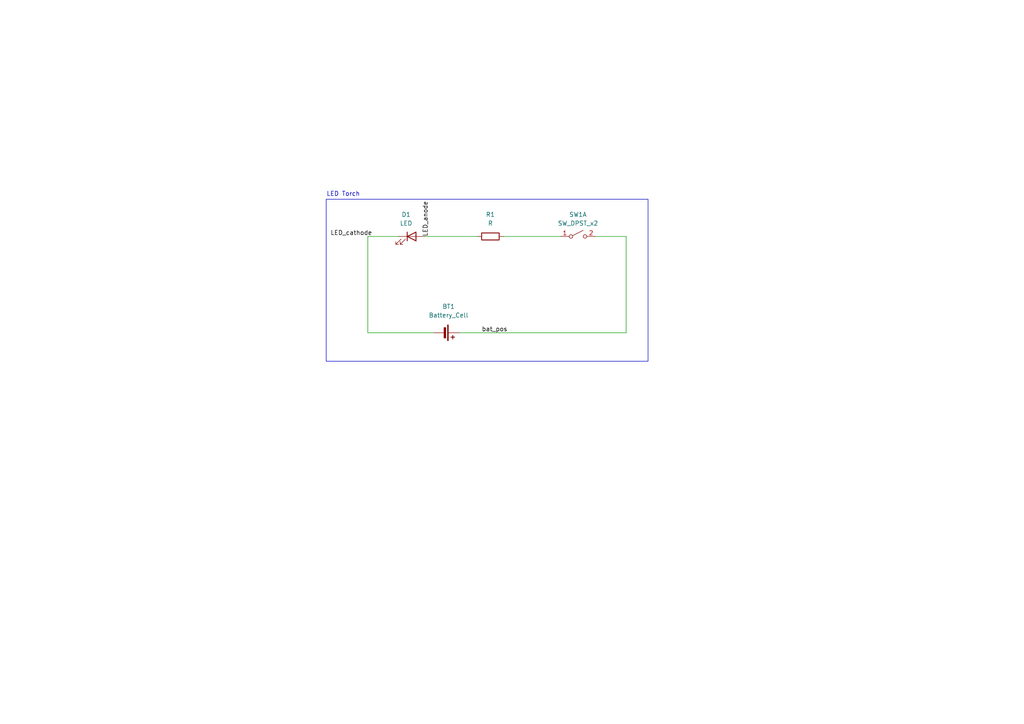
<source format=kicad_sch>
(kicad_sch (version 20231120) (generator "eeschema") (generator_version "8.0")
  (paper "A4")
  (title_block (title "Projekt 1 | LED Torch") (date "2024-10-27") (rev "1") (company "EGifuni"))
  (lib_symbols
    (symbol "Device:Battery_Cell" (pin_numbers hide) (pin_names (offset 0) hide)
      (property "Reference" "BT" (at 2.54 2.54 0))
      (property "Value" "Battery_Cell" (at 2.54 0 0))
      (symbol "Battery_Cell_0_1"
        (rectangle (start -2.286 1.778) (end 2.286 1.524) (fill (type outline)))
        (rectangle (start -1.524 1.016) (end 1.524 0.508) (fill (type outline)))
        (polyline (pts (xy 0 0.762) (xy 0 0)))
        (polyline (pts (xy 0 1.778) (xy 0 2.54)))
        (polyline (pts (xy 0.762 3.048) (xy 1.778 3.048)) (stroke (width 0.254)))
        (polyline (pts (xy 1.27 3.556) (xy 1.27 2.54)) (stroke (width 0.254)))
      )
      (symbol "Battery_Cell_1_1"
        (pin passive line (at 0 5.08 270) (length 2.54) (name "+") (number "1"))
        (pin passive line (at 0 -2.54 90) (length 2.54) (name "-") (number "2"))
      )
    )
    (symbol "Device:LED" (pin_numbers hide) (pin_names (offset 1.016) hide)
      (property "Reference" "D" (at 0 2.54 0))
      (property "Value" "LED" (at 0 -2.54 0))
      (symbol "LED_0_1"
        (polyline (pts (xy -1.27 -1.27) (xy -1.27 1.27)) (stroke (width 0.254)))
        (polyline (pts (xy -1.27 0) (xy 1.27 0)))
        (polyline (pts (xy 1.27 -1.27) (xy 1.27 1.27) (xy -1.27 0) (xy 1.27 -1.27)) (stroke (width 0.254)))
        (polyline (pts (xy -3.048 -0.762) (xy -4.572 -2.286) (xy -3.81 -2.286) (xy -4.572 -2.286) (xy -4.572 -1.524)))
        (polyline (pts (xy -1.778 -0.762) (xy -3.302 -2.286) (xy -2.54 -2.286) (xy -3.302 -2.286) (xy -3.302 -1.524)))
      )
      (symbol "LED_1_1"
        (pin passive line (at -3.81 0 0) (length 2.54) (name "K") (number "1"))
        (pin passive line (at 3.81 0 180) (length 2.54) (name "A") (number "2"))
      )
    )
    (symbol "Device:R" (pin_numbers hide) (pin_names (offset 0))
      (property "Reference" "R" (at 2.032 0 90))
      (property "Value" "R" (at 0 0 90))
      (symbol "R_0_1"
        (rectangle (start -1.016 -2.54) (end 1.016 2.54) (stroke (width 0.254)))
      )
      (symbol "R_1_1"
        (pin passive line (at 0 3.81 270) (length 1.27) (name "~") (number "1"))
        (pin passive line (at 0 -3.81 90) (length 1.27) (name "~") (number "2"))
      )
    )
    (symbol "Switch:SW_DPST_x2" (pin_names (offset 0) hide)
      (property "Reference" "SW" (at 0 3.175 0))
      (property "Value" "SW_DPST_x2" (at 0 -2.54 0))
      (symbol "SW_DPST_x2_0_0"
        (circle (center -2.032 0) (radius 0.508))
        (polyline (pts (xy -1.524 0.254) (xy 1.524 1.778)))
        (circle (center 2.032 0) (radius 0.508))
      )
      (symbol "SW_DPST_x2_1_1"
        (pin passive line (at -5.08 0 0) (length 2.54) (name "A") (number "1"))
        (pin passive line (at 5.08 0 180) (length 2.54) (name "B") (number "2"))
      )
      (symbol "SW_DPST_x2_2_1"
        (pin passive line (at -5.08 0 0) (length 2.54) (name "A") (number "3"))
        (pin passive line (at 5.08 0 180) (length 2.54) (name "B") (number "4"))
      )
    )
  )
  (wire (pts (xy 115.57 68.58) (xy 106.68 68.58)))
  (wire (pts (xy 172.72 68.58) (xy 181.61 68.58)))
  (wire (pts (xy 181.61 96.52) (xy 181.61 68.58)))
  (wire (pts (xy 133.35 96.52) (xy 181.61 96.52)))
  (wire (pts (xy 106.68 68.58) (xy 106.68 96.52)))
  (wire (pts (xy 146.05 68.58) (xy 162.56 68.58)))
  (wire (pts (xy 123.19 68.58) (xy 138.43 68.58)))
  (wire (pts (xy 106.68 96.52) (xy 125.73 96.52)))
  (rectangle (start 94.615 57.785) (end 187.96 104.775))
  (text "LED Torch" (at 99.568 56.388 0) (effects (font (size 1.27 1.27))))
  (label "bat_pos" (at 139.7 96.52 0))
  (label "LED_cathode" (at 107.95 68.58 180))
  (label "LED_anode" (at 124.46 68.58 90))
  (symbol (lib_id "Device:Battery_Cell") (at 128.27 96.52 270) (unit 1)
    (property "Reference" "BT1" (at 130.1115 88.9 90))
    (property "Value" "Battery_Cell" (at 130.1115 91.44 90))
    (property "Footprint" "Battery:BatteryHolder_Keystone_1058_1x2032" (effects (hide yes)))
    (property "Description" "Single-cell battery" (effects (hide yes)))
  )
  (symbol (lib_id "Switch:SW_DPST_x2") (at 167.64 68.58 0) (unit 1)
    (property "Reference" "SW1" (at 167.64 62.23 0))
    (property "Value" "SW_DPST_x2" (at 167.64 64.77 0))
    (property "Footprint" "Button_Switch_THT:SW_TH_Tactile_Omron_B3F-10xx" (effects (hide yes)))
    (property "Description" "Single Pole Single Throw (SPST) switch, separate symbol" (effects (hide yes)))
  )
  (symbol (lib_id "Device:LED") (at 119.38 68.58 0) (unit 1)
    (property "Reference" "D1" (at 117.7925 62.23 0))
    (property "Value" "LED" (at 117.7925 64.77 0))
    (property "Footprint" "LED_THT:LED_D5.0mm" (effects (hide yes)))
    (property "Description" "Light emitting diode" (effects (hide yes)))
  )
  (symbol (lib_id "Device:R") (at 142.24 68.58 90) (unit 1)
    (property "Reference" "R1" (at 142.24 62.23 90))
    (property "Value" "R" (at 142.24 64.77 90))
    (property "Footprint" "Resistor_THT:R_Axial_DIN0204_L3.6mm_D1.6mm_P7.62mm_Horizontal" (effects (hide yes)))
    (property "Description" "Resistor" (effects (hide yes)))
  )
)
</source>
